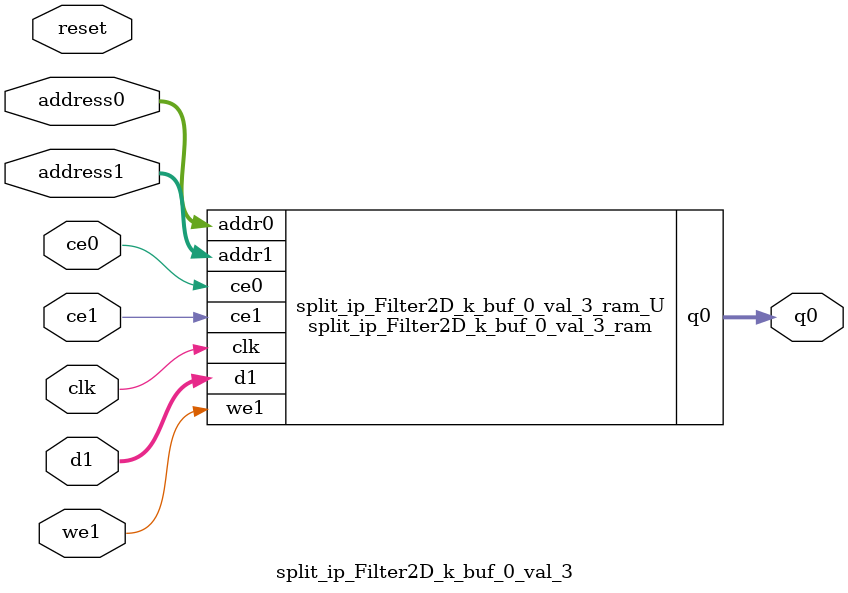
<source format=v>

`timescale 1 ns / 1 ps
module split_ip_Filter2D_k_buf_0_val_3_ram (addr0, ce0, q0, addr1, ce1, d1, we1,  clk);

parameter DWIDTH = 8;
parameter AWIDTH = 11;
parameter MEM_SIZE = 1920;

input[AWIDTH-1:0] addr0;
input ce0;
output reg[DWIDTH-1:0] q0;
input[AWIDTH-1:0] addr1;
input ce1;
input[DWIDTH-1:0] d1;
input we1;
input clk;

(* ram_style = "block" *)reg [DWIDTH-1:0] ram[MEM_SIZE-1:0];




always @(posedge clk)  
begin 
    if (ce0) 
    begin
            q0 <= ram[addr0];
    end
end


always @(posedge clk)  
begin 
    if (ce1) 
    begin
        if (we1) 
        begin 
            ram[addr1] <= d1; 
        end 
    end
end


endmodule


`timescale 1 ns / 1 ps
module split_ip_Filter2D_k_buf_0_val_3(
    reset,
    clk,
    address0,
    ce0,
    q0,
    address1,
    ce1,
    we1,
    d1);

parameter DataWidth = 32'd8;
parameter AddressRange = 32'd1920;
parameter AddressWidth = 32'd11;
input reset;
input clk;
input[AddressWidth - 1:0] address0;
input ce0;
output[DataWidth - 1:0] q0;
input[AddressWidth - 1:0] address1;
input ce1;
input we1;
input[DataWidth - 1:0] d1;



split_ip_Filter2D_k_buf_0_val_3_ram split_ip_Filter2D_k_buf_0_val_3_ram_U(
    .clk( clk ),
    .addr0( address0 ),
    .ce0( ce0 ),
    .q0( q0 ),
    .addr1( address1 ),
    .ce1( ce1 ),
    .d1( d1 ),
    .we1( we1 ));

endmodule


</source>
